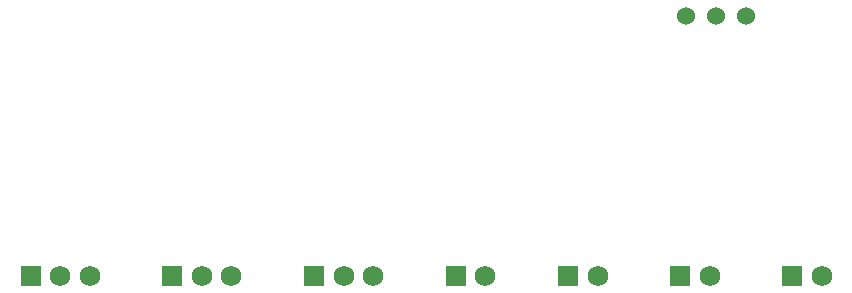
<source format=gbr>
G04 #@! TF.FileFunction,Soldermask,Bot*
%FSLAX46Y46*%
G04 Gerber Fmt 4.6, Leading zero omitted, Abs format (unit mm)*
G04 Created by KiCad (PCBNEW 4.0.7-e2-6376~58~ubuntu16.04.1) date Wed Dec 26 14:08:54 2018*
%MOMM*%
%LPD*%
G01*
G04 APERTURE LIST*
%ADD10C,0.100000*%
%ADD11C,1.524000*%
%ADD12R,1.750000X1.750000*%
%ADD13C,1.750000*%
G04 APERTURE END LIST*
D10*
D11*
X200460000Y-91000000D03*
X203000000Y-91000000D03*
X205540000Y-91000000D03*
D12*
X145000000Y-113000000D03*
D13*
X147500000Y-113000000D03*
X150000000Y-113000000D03*
D12*
X157000000Y-113000000D03*
D13*
X159500000Y-113000000D03*
X162000000Y-113000000D03*
D12*
X169000000Y-113000000D03*
D13*
X171500000Y-113000000D03*
X174000000Y-113000000D03*
D12*
X181000000Y-113000000D03*
D13*
X183500000Y-113000000D03*
D12*
X190500000Y-113000000D03*
D13*
X193000000Y-113000000D03*
D12*
X200000000Y-113000000D03*
D13*
X202500000Y-113000000D03*
D12*
X209500000Y-113000000D03*
D13*
X212000000Y-113000000D03*
M02*

</source>
